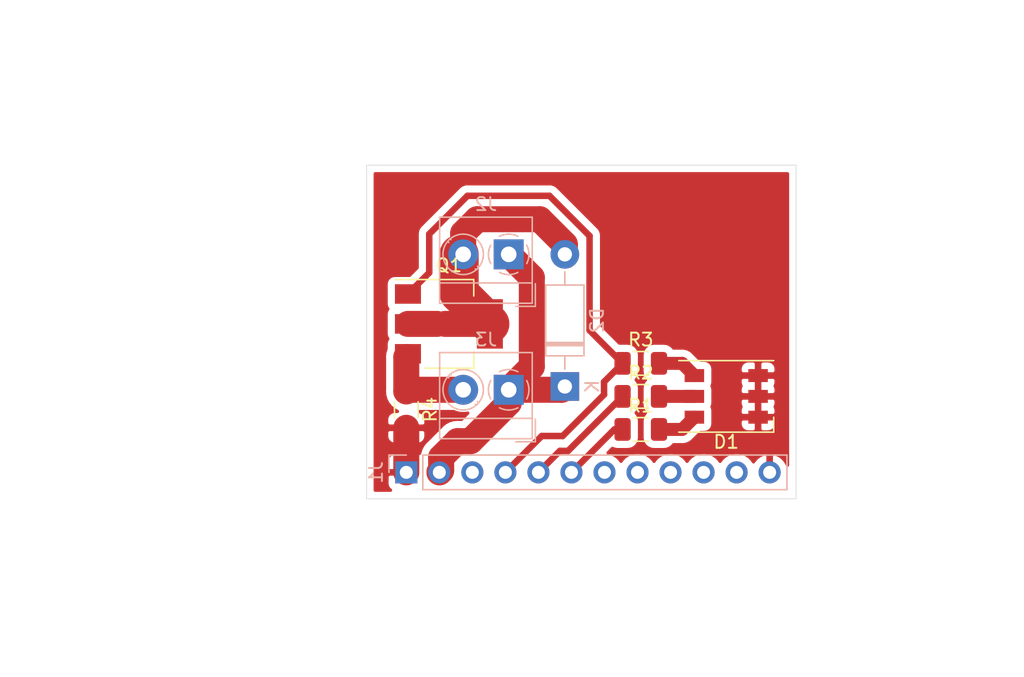
<source format=kicad_pcb>
(kicad_pcb (version 20171130) (host pcbnew 5.1.6+dfsg1-1)

  (general
    (thickness 1.6)
    (drawings 7)
    (tracks 49)
    (zones 0)
    (modules 10)
    (nets 17)
  )

  (page A4)
  (layers
    (0 F.Cu signal)
    (31 B.Cu signal)
    (32 B.Adhes user)
    (33 F.Adhes user)
    (34 B.Paste user)
    (35 F.Paste user)
    (36 B.SilkS user)
    (37 F.SilkS user)
    (38 B.Mask user)
    (39 F.Mask user)
    (40 Dwgs.User user)
    (41 Cmts.User user)
    (42 Eco1.User user)
    (43 Eco2.User user)
    (44 Edge.Cuts user)
    (45 Margin user)
    (46 B.CrtYd user)
    (47 F.CrtYd user)
    (48 B.Fab user)
    (49 F.Fab user)
  )

  (setup
    (last_trace_width 0.25)
    (user_trace_width 0.5)
    (user_trace_width 1)
    (user_trace_width 1.5)
    (user_trace_width 2)
    (trace_clearance 0.55)
    (zone_clearance 0.508)
    (zone_45_only no)
    (trace_min 0.2)
    (via_size 0.8)
    (via_drill 0.4)
    (via_min_size 0.4)
    (via_min_drill 0.3)
    (uvia_size 0.3)
    (uvia_drill 0.1)
    (uvias_allowed no)
    (uvia_min_size 0.2)
    (uvia_min_drill 0.1)
    (edge_width 0.05)
    (segment_width 0.2)
    (pcb_text_width 0.3)
    (pcb_text_size 1.5 1.5)
    (mod_edge_width 0.12)
    (mod_text_size 1 1)
    (mod_text_width 0.15)
    (pad_size 1.524 1.524)
    (pad_drill 0.762)
    (pad_to_mask_clearance 0.05)
    (aux_axis_origin 0 0)
    (visible_elements FFFFFF7F)
    (pcbplotparams
      (layerselection 0x010fc_ffffffff)
      (usegerberextensions false)
      (usegerberattributes true)
      (usegerberadvancedattributes true)
      (creategerberjobfile true)
      (excludeedgelayer true)
      (linewidth 0.100000)
      (plotframeref false)
      (viasonmask false)
      (mode 1)
      (useauxorigin false)
      (hpglpennumber 1)
      (hpglpenspeed 20)
      (hpglpendiameter 15.000000)
      (psnegative false)
      (psa4output false)
      (plotreference true)
      (plotvalue true)
      (plotinvisibletext false)
      (padsonsilk false)
      (subtractmaskfromsilk false)
      (outputformat 1)
      (mirror false)
      (drillshape 0)
      (scaleselection 1)
      (outputdirectory "./out"))
  )

  (net 0 "")
  (net 1 GND)
  (net 2 "Net-(D1-Pad6)")
  (net 3 "Net-(D1-Pad5)")
  (net 4 "Net-(D1-Pad4)")
  (net 5 OUT1)
  (net 6 "Net-(J1-Pad11)")
  (net 7 "Net-(J1-Pad10)")
  (net 8 "Net-(J1-Pad9)")
  (net 9 "Net-(J1-Pad8)")
  (net 10 "Net-(J1-Pad7)")
  (net 11 IN3)
  (net 12 IN2)
  (net 13 IN1)
  (net 14 "Net-(J1-Pad3)")
  (net 15 VCC)
  (net 16 GNDPWR)

  (net_class Default "This is the default net class."
    (clearance 0.55)
    (trace_width 0.25)
    (via_dia 0.8)
    (via_drill 0.4)
    (uvia_dia 0.3)
    (uvia_drill 0.1)
    (add_net GND)
    (add_net IN1)
    (add_net IN2)
    (add_net IN3)
    (add_net "Net-(D1-Pad4)")
    (add_net "Net-(D1-Pad5)")
    (add_net "Net-(D1-Pad6)")
    (add_net "Net-(J1-Pad10)")
    (add_net "Net-(J1-Pad11)")
    (add_net "Net-(J1-Pad3)")
    (add_net "Net-(J1-Pad7)")
    (add_net "Net-(J1-Pad8)")
    (add_net "Net-(J1-Pad9)")
  )

  (net_class pwr ""
    (clearance 0.55)
    (trace_width 3)
    (via_dia 0.8)
    (via_drill 0.4)
    (uvia_dia 0.3)
    (uvia_drill 0.1)
    (add_net GNDPWR)
    (add_net OUT1)
    (add_net VCC)
  )

  (module TerminalBlock_MetzConnect:TerminalBlock_MetzConnect_Type059_RT06302HBWC_1x02_P3.50mm_Horizontal (layer B.Cu) (tedit 5B294EA0) (tstamp 5FD83527)
    (at 128.778 64.77 180)
    (descr "terminal block Metz Connect Type059_RT06302HBWC, 2 pins, pitch 3.5mm, size 7x6.5mm^2, drill diamater 1.2mm, pad diameter 2.3mm, see http://www.metz-connect.com/de/system/files/productfiles/Datenblatt_310591_RT063xxHBWC_OFF-022684T.pdf, script-generated using https://github.com/pointhi/kicad-footprint-generator/scripts/TerminalBlock_MetzConnect")
    (tags "THT terminal block Metz Connect Type059_RT06302HBWC pitch 3.5mm size 7x6.5mm^2 drill 1.2mm pad 2.3mm")
    (path /5FD9F6E4)
    (fp_text reference J3 (at 1.75 3.86) (layer B.SilkS)
      (effects (font (size 1 1) (thickness 0.15)) (justify mirror))
    )
    (fp_text value Screw_Terminal_01x02 (at 1.75 -4.76) (layer B.Fab)
      (effects (font (size 1 1) (thickness 0.15)) (justify mirror))
    )
    (fp_line (start 5.75 3.3) (end -2.25 3.3) (layer B.CrtYd) (width 0.05))
    (fp_line (start 5.75 -4.2) (end 5.75 3.3) (layer B.CrtYd) (width 0.05))
    (fp_line (start -2.25 -4.2) (end 5.75 -4.2) (layer B.CrtYd) (width 0.05))
    (fp_line (start -2.25 3.3) (end -2.25 -4.2) (layer B.CrtYd) (width 0.05))
    (fp_line (start -2.05 -4) (end -0.55 -4) (layer B.SilkS) (width 0.12))
    (fp_line (start -2.05 -2.26) (end -2.05 -4) (layer B.SilkS) (width 0.12))
    (fp_line (start 2.397 -0.914) (end 2.321 -0.99) (layer B.SilkS) (width 0.12))
    (fp_line (start 4.49 1.18) (end 4.436 1.126) (layer B.SilkS) (width 0.12))
    (fp_line (start 2.565 -1.125) (end 2.511 -1.18) (layer B.SilkS) (width 0.12))
    (fp_line (start 4.68 0.99) (end 4.604 0.914) (layer B.SilkS) (width 0.12))
    (fp_line (start 4.376 1.043) (end 2.458 -0.875) (layer B.Fab) (width 0.1))
    (fp_line (start 4.543 0.875) (end 2.625 -1.043) (layer B.Fab) (width 0.1))
    (fp_line (start 0.876 1.043) (end -1.043 -0.875) (layer B.Fab) (width 0.1))
    (fp_line (start 1.043 0.875) (end -0.876 -1.043) (layer B.Fab) (width 0.1))
    (fp_line (start 5.31 2.86) (end 5.31 -3.76) (layer B.SilkS) (width 0.12))
    (fp_line (start -1.81 2.86) (end -1.81 -3.76) (layer B.SilkS) (width 0.12))
    (fp_line (start -1.81 -3.76) (end 5.31 -3.76) (layer B.SilkS) (width 0.12))
    (fp_line (start -1.81 2.86) (end 5.31 2.86) (layer B.SilkS) (width 0.12))
    (fp_line (start -1.81 -2.2) (end 5.31 -2.2) (layer B.SilkS) (width 0.12))
    (fp_line (start -1.75 -2.2) (end 5.25 -2.2) (layer B.Fab) (width 0.1))
    (fp_line (start -1.75 -2.2) (end -1.75 2.8) (layer B.Fab) (width 0.1))
    (fp_line (start -0.25 -3.7) (end -1.75 -2.2) (layer B.Fab) (width 0.1))
    (fp_line (start 5.25 -3.7) (end -0.25 -3.7) (layer B.Fab) (width 0.1))
    (fp_line (start 5.25 2.8) (end 5.25 -3.7) (layer B.Fab) (width 0.1))
    (fp_line (start -1.75 2.8) (end 5.25 2.8) (layer B.Fab) (width 0.1))
    (fp_circle (center 3.5 0) (end 5.055 0) (layer B.SilkS) (width 0.12))
    (fp_circle (center 3.5 0) (end 4.875 0) (layer B.Fab) (width 0.1))
    (fp_circle (center 0 0) (end 1.375 0) (layer B.Fab) (width 0.1))
    (fp_text user %R (at 1.75 -2.95) (layer B.Fab)
      (effects (font (size 1 1) (thickness 0.15)) (justify mirror))
    )
    (fp_arc (start 0 0) (end -0.707 -1.386) (angle 28) (layer B.SilkS) (width 0.12))
    (fp_arc (start 0 0) (end -1.386 0.707) (angle 54) (layer B.SilkS) (width 0.12))
    (fp_arc (start 0 0) (end 0.707 1.386) (angle 54) (layer B.SilkS) (width 0.12))
    (fp_arc (start 0 0) (end 1.386 -0.707) (angle 54) (layer B.SilkS) (width 0.12))
    (fp_arc (start 0 0) (end 0 -1.555) (angle 27) (layer B.SilkS) (width 0.12))
    (pad 2 thru_hole circle (at 3.5 0 180) (size 2.3 2.3) (drill 1.2) (layers *.Cu *.Mask)
      (net 16 GNDPWR))
    (pad 1 thru_hole rect (at 0 0 180) (size 2.3 2.3) (drill 1.2) (layers *.Cu *.Mask)
      (net 15 VCC))
    (model ${KISYS3DMOD}/TerminalBlock_MetzConnect.3dshapes/TerminalBlock_MetzConnect_Type059_RT06302HBWC_1x02_P3.50mm_Horizontal.wrl
      (at (xyz 0 0 0))
      (scale (xyz 1 1 1))
      (rotate (xyz 0 0 0))
    )
  )

  (module TerminalBlock_MetzConnect:TerminalBlock_MetzConnect_Type059_RT06302HBWC_1x02_P3.50mm_Horizontal (layer B.Cu) (tedit 5B294EA0) (tstamp 5FD862A6)
    (at 128.778 54.356 180)
    (descr "terminal block Metz Connect Type059_RT06302HBWC, 2 pins, pitch 3.5mm, size 7x6.5mm^2, drill diamater 1.2mm, pad diameter 2.3mm, see http://www.metz-connect.com/de/system/files/productfiles/Datenblatt_310591_RT063xxHBWC_OFF-022684T.pdf, script-generated using https://github.com/pointhi/kicad-footprint-generator/scripts/TerminalBlock_MetzConnect")
    (tags "THT terminal block Metz Connect Type059_RT06302HBWC pitch 3.5mm size 7x6.5mm^2 drill 1.2mm pad 2.3mm")
    (path /5FE60B1D)
    (fp_text reference J2 (at 1.75 3.86) (layer B.SilkS)
      (effects (font (size 1 1) (thickness 0.15)) (justify mirror))
    )
    (fp_text value Screw_Terminal_01x02 (at 1.75 -4.76) (layer B.Fab)
      (effects (font (size 1 1) (thickness 0.15)) (justify mirror))
    )
    (fp_line (start 5.75 3.3) (end -2.25 3.3) (layer B.CrtYd) (width 0.05))
    (fp_line (start 5.75 -4.2) (end 5.75 3.3) (layer B.CrtYd) (width 0.05))
    (fp_line (start -2.25 -4.2) (end 5.75 -4.2) (layer B.CrtYd) (width 0.05))
    (fp_line (start -2.25 3.3) (end -2.25 -4.2) (layer B.CrtYd) (width 0.05))
    (fp_line (start -2.05 -4) (end -0.55 -4) (layer B.SilkS) (width 0.12))
    (fp_line (start -2.05 -2.26) (end -2.05 -4) (layer B.SilkS) (width 0.12))
    (fp_line (start 2.397 -0.914) (end 2.321 -0.99) (layer B.SilkS) (width 0.12))
    (fp_line (start 4.49 1.18) (end 4.436 1.126) (layer B.SilkS) (width 0.12))
    (fp_line (start 2.565 -1.125) (end 2.511 -1.18) (layer B.SilkS) (width 0.12))
    (fp_line (start 4.68 0.99) (end 4.604 0.914) (layer B.SilkS) (width 0.12))
    (fp_line (start 4.376 1.043) (end 2.458 -0.875) (layer B.Fab) (width 0.1))
    (fp_line (start 4.543 0.875) (end 2.625 -1.043) (layer B.Fab) (width 0.1))
    (fp_line (start 0.876 1.043) (end -1.043 -0.875) (layer B.Fab) (width 0.1))
    (fp_line (start 1.043 0.875) (end -0.876 -1.043) (layer B.Fab) (width 0.1))
    (fp_line (start 5.31 2.86) (end 5.31 -3.76) (layer B.SilkS) (width 0.12))
    (fp_line (start -1.81 2.86) (end -1.81 -3.76) (layer B.SilkS) (width 0.12))
    (fp_line (start -1.81 -3.76) (end 5.31 -3.76) (layer B.SilkS) (width 0.12))
    (fp_line (start -1.81 2.86) (end 5.31 2.86) (layer B.SilkS) (width 0.12))
    (fp_line (start -1.81 -2.2) (end 5.31 -2.2) (layer B.SilkS) (width 0.12))
    (fp_line (start -1.75 -2.2) (end 5.25 -2.2) (layer B.Fab) (width 0.1))
    (fp_line (start -1.75 -2.2) (end -1.75 2.8) (layer B.Fab) (width 0.1))
    (fp_line (start -0.25 -3.7) (end -1.75 -2.2) (layer B.Fab) (width 0.1))
    (fp_line (start 5.25 -3.7) (end -0.25 -3.7) (layer B.Fab) (width 0.1))
    (fp_line (start 5.25 2.8) (end 5.25 -3.7) (layer B.Fab) (width 0.1))
    (fp_line (start -1.75 2.8) (end 5.25 2.8) (layer B.Fab) (width 0.1))
    (fp_circle (center 3.5 0) (end 5.055 0) (layer B.SilkS) (width 0.12))
    (fp_circle (center 3.5 0) (end 4.875 0) (layer B.Fab) (width 0.1))
    (fp_circle (center 0 0) (end 1.375 0) (layer B.Fab) (width 0.1))
    (fp_text user %R (at 1.75 -2.95) (layer B.Fab)
      (effects (font (size 1 1) (thickness 0.15)) (justify mirror))
    )
    (fp_arc (start 0 0) (end -0.707 -1.386) (angle 28) (layer B.SilkS) (width 0.12))
    (fp_arc (start 0 0) (end -1.386 0.707) (angle 54) (layer B.SilkS) (width 0.12))
    (fp_arc (start 0 0) (end 0.707 1.386) (angle 54) (layer B.SilkS) (width 0.12))
    (fp_arc (start 0 0) (end 1.386 -0.707) (angle 54) (layer B.SilkS) (width 0.12))
    (fp_arc (start 0 0) (end 0 -1.555) (angle 27) (layer B.SilkS) (width 0.12))
    (pad 2 thru_hole circle (at 3.5 0 180) (size 2.3 2.3) (drill 1.2) (layers *.Cu *.Mask)
      (net 5 OUT1))
    (pad 1 thru_hole rect (at 0 0 180) (size 2.3 2.3) (drill 1.2) (layers *.Cu *.Mask)
      (net 15 VCC))
    (model ${KISYS3DMOD}/TerminalBlock_MetzConnect.3dshapes/TerminalBlock_MetzConnect_Type059_RT06302HBWC_1x02_P3.50mm_Horizontal.wrl
      (at (xyz 0 0 0))
      (scale (xyz 1 1 1))
      (rotate (xyz 0 0 0))
    )
  )

  (module Resistor_SMD:R_1206_3216Metric (layer F.Cu) (tedit 5B301BBD) (tstamp 5FD87887)
    (at 120.904 66.294 270)
    (descr "Resistor SMD 1206 (3216 Metric), square (rectangular) end terminal, IPC_7351 nominal, (Body size source: http://www.tortai-tech.com/upload/download/2011102023233369053.pdf), generated with kicad-footprint-generator")
    (tags resistor)
    (path /5FD8565E)
    (attr smd)
    (fp_text reference R4 (at 0 -1.82 90) (layer F.SilkS)
      (effects (font (size 1 1) (thickness 0.15)))
    )
    (fp_text value R (at 0 1.82 90) (layer F.Fab)
      (effects (font (size 1 1) (thickness 0.15)))
    )
    (fp_line (start 2.28 1.12) (end -2.28 1.12) (layer F.CrtYd) (width 0.05))
    (fp_line (start 2.28 -1.12) (end 2.28 1.12) (layer F.CrtYd) (width 0.05))
    (fp_line (start -2.28 -1.12) (end 2.28 -1.12) (layer F.CrtYd) (width 0.05))
    (fp_line (start -2.28 1.12) (end -2.28 -1.12) (layer F.CrtYd) (width 0.05))
    (fp_line (start -0.602064 0.91) (end 0.602064 0.91) (layer F.SilkS) (width 0.12))
    (fp_line (start -0.602064 -0.91) (end 0.602064 -0.91) (layer F.SilkS) (width 0.12))
    (fp_line (start 1.6 0.8) (end -1.6 0.8) (layer F.Fab) (width 0.1))
    (fp_line (start 1.6 -0.8) (end 1.6 0.8) (layer F.Fab) (width 0.1))
    (fp_line (start -1.6 -0.8) (end 1.6 -0.8) (layer F.Fab) (width 0.1))
    (fp_line (start -1.6 0.8) (end -1.6 -0.8) (layer F.Fab) (width 0.1))
    (fp_text user %R (at 0 0 90) (layer F.Fab)
      (effects (font (size 0.8 0.8) (thickness 0.12)))
    )
    (pad 2 smd roundrect (at 1.4 0 270) (size 1.25 1.75) (layers F.Cu F.Paste F.Mask) (roundrect_rratio 0.2)
      (net 1 GND))
    (pad 1 smd roundrect (at -1.4 0 270) (size 1.25 1.75) (layers F.Cu F.Paste F.Mask) (roundrect_rratio 0.2)
      (net 16 GNDPWR))
    (model ${KISYS3DMOD}/Resistor_SMD.3dshapes/R_1206_3216Metric.wrl
      (at (xyz 0 0 0))
      (scale (xyz 1 1 1))
      (rotate (xyz 0 0 0))
    )
  )

  (module Resistor_SMD:R_1206_3216Metric (layer F.Cu) (tedit 5B301BBD) (tstamp 5FD835AC)
    (at 138.935 62.738)
    (descr "Resistor SMD 1206 (3216 Metric), square (rectangular) end terminal, IPC_7351 nominal, (Body size source: http://www.tortai-tech.com/upload/download/2011102023233369053.pdf), generated with kicad-footprint-generator")
    (tags resistor)
    (path /5FD82006)
    (attr smd)
    (fp_text reference R3 (at 0 -1.82) (layer F.SilkS)
      (effects (font (size 1 1) (thickness 0.15)))
    )
    (fp_text value R (at 0 1.82) (layer F.Fab)
      (effects (font (size 1 1) (thickness 0.15)))
    )
    (fp_line (start 2.28 1.12) (end -2.28 1.12) (layer F.CrtYd) (width 0.05))
    (fp_line (start 2.28 -1.12) (end 2.28 1.12) (layer F.CrtYd) (width 0.05))
    (fp_line (start -2.28 -1.12) (end 2.28 -1.12) (layer F.CrtYd) (width 0.05))
    (fp_line (start -2.28 1.12) (end -2.28 -1.12) (layer F.CrtYd) (width 0.05))
    (fp_line (start -0.602064 0.91) (end 0.602064 0.91) (layer F.SilkS) (width 0.12))
    (fp_line (start -0.602064 -0.91) (end 0.602064 -0.91) (layer F.SilkS) (width 0.12))
    (fp_line (start 1.6 0.8) (end -1.6 0.8) (layer F.Fab) (width 0.1))
    (fp_line (start 1.6 -0.8) (end 1.6 0.8) (layer F.Fab) (width 0.1))
    (fp_line (start -1.6 -0.8) (end 1.6 -0.8) (layer F.Fab) (width 0.1))
    (fp_line (start -1.6 0.8) (end -1.6 -0.8) (layer F.Fab) (width 0.1))
    (fp_text user %R (at 0 0) (layer F.Fab)
      (effects (font (size 0.8 0.8) (thickness 0.12)))
    )
    (pad 2 smd roundrect (at 1.4 0) (size 1.25 1.75) (layers F.Cu F.Paste F.Mask) (roundrect_rratio 0.2)
      (net 4 "Net-(D1-Pad4)"))
    (pad 1 smd roundrect (at -1.4 0) (size 1.25 1.75) (layers F.Cu F.Paste F.Mask) (roundrect_rratio 0.2)
      (net 13 IN1))
    (model ${KISYS3DMOD}/Resistor_SMD.3dshapes/R_1206_3216Metric.wrl
      (at (xyz 0 0 0))
      (scale (xyz 1 1 1))
      (rotate (xyz 0 0 0))
    )
  )

  (module Resistor_SMD:R_1206_3216Metric (layer F.Cu) (tedit 5B301BBD) (tstamp 5FD8359B)
    (at 138.935 65.278)
    (descr "Resistor SMD 1206 (3216 Metric), square (rectangular) end terminal, IPC_7351 nominal, (Body size source: http://www.tortai-tech.com/upload/download/2011102023233369053.pdf), generated with kicad-footprint-generator")
    (tags resistor)
    (path /5FD81C61)
    (attr smd)
    (fp_text reference R2 (at 0 -1.82) (layer F.SilkS)
      (effects (font (size 1 1) (thickness 0.15)))
    )
    (fp_text value R (at 0 1.82) (layer F.Fab)
      (effects (font (size 1 1) (thickness 0.15)))
    )
    (fp_line (start 2.28 1.12) (end -2.28 1.12) (layer F.CrtYd) (width 0.05))
    (fp_line (start 2.28 -1.12) (end 2.28 1.12) (layer F.CrtYd) (width 0.05))
    (fp_line (start -2.28 -1.12) (end 2.28 -1.12) (layer F.CrtYd) (width 0.05))
    (fp_line (start -2.28 1.12) (end -2.28 -1.12) (layer F.CrtYd) (width 0.05))
    (fp_line (start -0.602064 0.91) (end 0.602064 0.91) (layer F.SilkS) (width 0.12))
    (fp_line (start -0.602064 -0.91) (end 0.602064 -0.91) (layer F.SilkS) (width 0.12))
    (fp_line (start 1.6 0.8) (end -1.6 0.8) (layer F.Fab) (width 0.1))
    (fp_line (start 1.6 -0.8) (end 1.6 0.8) (layer F.Fab) (width 0.1))
    (fp_line (start -1.6 -0.8) (end 1.6 -0.8) (layer F.Fab) (width 0.1))
    (fp_line (start -1.6 0.8) (end -1.6 -0.8) (layer F.Fab) (width 0.1))
    (fp_text user %R (at 0 0) (layer F.Fab)
      (effects (font (size 0.8 0.8) (thickness 0.12)))
    )
    (pad 2 smd roundrect (at 1.4 0) (size 1.25 1.75) (layers F.Cu F.Paste F.Mask) (roundrect_rratio 0.2)
      (net 3 "Net-(D1-Pad5)"))
    (pad 1 smd roundrect (at -1.4 0) (size 1.25 1.75) (layers F.Cu F.Paste F.Mask) (roundrect_rratio 0.2)
      (net 12 IN2))
    (model ${KISYS3DMOD}/Resistor_SMD.3dshapes/R_1206_3216Metric.wrl
      (at (xyz 0 0 0))
      (scale (xyz 1 1 1))
      (rotate (xyz 0 0 0))
    )
  )

  (module Resistor_SMD:R_1206_3216Metric (layer F.Cu) (tedit 5B301BBD) (tstamp 5FD8358A)
    (at 138.935 67.818)
    (descr "Resistor SMD 1206 (3216 Metric), square (rectangular) end terminal, IPC_7351 nominal, (Body size source: http://www.tortai-tech.com/upload/download/2011102023233369053.pdf), generated with kicad-footprint-generator")
    (tags resistor)
    (path /5FD818CC)
    (attr smd)
    (fp_text reference R1 (at 0 -1.82) (layer F.SilkS)
      (effects (font (size 1 1) (thickness 0.15)))
    )
    (fp_text value R (at 0 1.82) (layer F.Fab)
      (effects (font (size 1 1) (thickness 0.15)))
    )
    (fp_line (start 2.28 1.12) (end -2.28 1.12) (layer F.CrtYd) (width 0.05))
    (fp_line (start 2.28 -1.12) (end 2.28 1.12) (layer F.CrtYd) (width 0.05))
    (fp_line (start -2.28 -1.12) (end 2.28 -1.12) (layer F.CrtYd) (width 0.05))
    (fp_line (start -2.28 1.12) (end -2.28 -1.12) (layer F.CrtYd) (width 0.05))
    (fp_line (start -0.602064 0.91) (end 0.602064 0.91) (layer F.SilkS) (width 0.12))
    (fp_line (start -0.602064 -0.91) (end 0.602064 -0.91) (layer F.SilkS) (width 0.12))
    (fp_line (start 1.6 0.8) (end -1.6 0.8) (layer F.Fab) (width 0.1))
    (fp_line (start 1.6 -0.8) (end 1.6 0.8) (layer F.Fab) (width 0.1))
    (fp_line (start -1.6 -0.8) (end 1.6 -0.8) (layer F.Fab) (width 0.1))
    (fp_line (start -1.6 0.8) (end -1.6 -0.8) (layer F.Fab) (width 0.1))
    (fp_text user %R (at 0 0) (layer F.Fab)
      (effects (font (size 0.8 0.8) (thickness 0.12)))
    )
    (pad 2 smd roundrect (at 1.4 0) (size 1.25 1.75) (layers F.Cu F.Paste F.Mask) (roundrect_rratio 0.2)
      (net 2 "Net-(D1-Pad6)"))
    (pad 1 smd roundrect (at -1.4 0) (size 1.25 1.75) (layers F.Cu F.Paste F.Mask) (roundrect_rratio 0.2)
      (net 11 IN3))
    (model ${KISYS3DMOD}/Resistor_SMD.3dshapes/R_1206_3216Metric.wrl
      (at (xyz 0 0 0))
      (scale (xyz 1 1 1))
      (rotate (xyz 0 0 0))
    )
  )

  (module Package_TO_SOT_SMD:SOT-223 (layer F.Cu) (tedit 5A02FF57) (tstamp 5FD8739A)
    (at 124.181 59.704)
    (descr "module CMS SOT223 4 pins")
    (tags "CMS SOT")
    (path /5FD87F94)
    (attr smd)
    (fp_text reference Q1 (at 0 -4.5) (layer F.SilkS)
      (effects (font (size 1 1) (thickness 0.15)))
    )
    (fp_text value Q_NMOS_GDSD (at 0 4.5) (layer F.Fab)
      (effects (font (size 1 1) (thickness 0.15)))
    )
    (fp_line (start 1.85 -3.35) (end 1.85 3.35) (layer F.Fab) (width 0.1))
    (fp_line (start -1.85 3.35) (end 1.85 3.35) (layer F.Fab) (width 0.1))
    (fp_line (start -4.1 -3.41) (end 1.91 -3.41) (layer F.SilkS) (width 0.12))
    (fp_line (start -0.8 -3.35) (end 1.85 -3.35) (layer F.Fab) (width 0.1))
    (fp_line (start -1.85 3.41) (end 1.91 3.41) (layer F.SilkS) (width 0.12))
    (fp_line (start -1.85 -2.3) (end -1.85 3.35) (layer F.Fab) (width 0.1))
    (fp_line (start -4.4 -3.6) (end -4.4 3.6) (layer F.CrtYd) (width 0.05))
    (fp_line (start -4.4 3.6) (end 4.4 3.6) (layer F.CrtYd) (width 0.05))
    (fp_line (start 4.4 3.6) (end 4.4 -3.6) (layer F.CrtYd) (width 0.05))
    (fp_line (start 4.4 -3.6) (end -4.4 -3.6) (layer F.CrtYd) (width 0.05))
    (fp_line (start 1.91 -3.41) (end 1.91 -2.15) (layer F.SilkS) (width 0.12))
    (fp_line (start 1.91 3.41) (end 1.91 2.15) (layer F.SilkS) (width 0.12))
    (fp_line (start -1.85 -2.3) (end -0.8 -3.35) (layer F.Fab) (width 0.1))
    (fp_text user %R (at 0 0 90) (layer F.Fab)
      (effects (font (size 0.8 0.8) (thickness 0.12)))
    )
    (pad 1 smd rect (at -3.15 -2.3) (size 2 1.5) (layers F.Cu F.Paste F.Mask)
      (net 13 IN1))
    (pad 3 smd rect (at -3.15 2.3) (size 2 1.5) (layers F.Cu F.Paste F.Mask)
      (net 16 GNDPWR))
    (pad 2 smd rect (at -3.15 0) (size 2 1.5) (layers F.Cu F.Paste F.Mask)
      (net 5 OUT1))
    (pad 4 smd rect (at 3.15 0) (size 2 3.8) (layers F.Cu F.Paste F.Mask)
      (net 5 OUT1))
    (model ${KISYS3DMOD}/Package_TO_SOT_SMD.3dshapes/SOT-223.wrl
      (at (xyz 0 0 0))
      (scale (xyz 1 1 1))
      (rotate (xyz 0 0 0))
    )
  )

  (module Connector_PinHeader_2.54mm:PinHeader_1x12_P2.54mm_Vertical (layer B.Cu) (tedit 59FED5CC) (tstamp 5FD834D1)
    (at 120.904 71.12 270)
    (descr "Through hole straight pin header, 1x12, 2.54mm pitch, single row")
    (tags "Through hole pin header THT 1x12 2.54mm single row")
    (path /5FD7B43F)
    (fp_text reference J1 (at 0 2.33 270) (layer B.SilkS)
      (effects (font (size 1 1) (thickness 0.15)) (justify mirror))
    )
    (fp_text value Conn_01x12_Male (at 0 -30.27 270) (layer B.Fab)
      (effects (font (size 1 1) (thickness 0.15)) (justify mirror))
    )
    (fp_line (start 1.8 1.8) (end -1.8 1.8) (layer B.CrtYd) (width 0.05))
    (fp_line (start 1.8 -29.75) (end 1.8 1.8) (layer B.CrtYd) (width 0.05))
    (fp_line (start -1.8 -29.75) (end 1.8 -29.75) (layer B.CrtYd) (width 0.05))
    (fp_line (start -1.8 1.8) (end -1.8 -29.75) (layer B.CrtYd) (width 0.05))
    (fp_line (start -1.33 1.33) (end 0 1.33) (layer B.SilkS) (width 0.12))
    (fp_line (start -1.33 0) (end -1.33 1.33) (layer B.SilkS) (width 0.12))
    (fp_line (start -1.33 -1.27) (end 1.33 -1.27) (layer B.SilkS) (width 0.12))
    (fp_line (start 1.33 -1.27) (end 1.33 -29.27) (layer B.SilkS) (width 0.12))
    (fp_line (start -1.33 -1.27) (end -1.33 -29.27) (layer B.SilkS) (width 0.12))
    (fp_line (start -1.33 -29.27) (end 1.33 -29.27) (layer B.SilkS) (width 0.12))
    (fp_line (start -1.27 0.635) (end -0.635 1.27) (layer B.Fab) (width 0.1))
    (fp_line (start -1.27 -29.21) (end -1.27 0.635) (layer B.Fab) (width 0.1))
    (fp_line (start 1.27 -29.21) (end -1.27 -29.21) (layer B.Fab) (width 0.1))
    (fp_line (start 1.27 1.27) (end 1.27 -29.21) (layer B.Fab) (width 0.1))
    (fp_line (start -0.635 1.27) (end 1.27 1.27) (layer B.Fab) (width 0.1))
    (fp_text user %R (at 0 -13.97) (layer B.Fab)
      (effects (font (size 1 1) (thickness 0.15)) (justify mirror))
    )
    (pad 12 thru_hole oval (at 0 -27.94 270) (size 1.7 1.7) (drill 1) (layers *.Cu *.Mask)
      (net 1 GND))
    (pad 11 thru_hole oval (at 0 -25.4 270) (size 1.7 1.7) (drill 1) (layers *.Cu *.Mask)
      (net 6 "Net-(J1-Pad11)"))
    (pad 10 thru_hole oval (at 0 -22.86 270) (size 1.7 1.7) (drill 1) (layers *.Cu *.Mask)
      (net 7 "Net-(J1-Pad10)"))
    (pad 9 thru_hole oval (at 0 -20.32 270) (size 1.7 1.7) (drill 1) (layers *.Cu *.Mask)
      (net 8 "Net-(J1-Pad9)"))
    (pad 8 thru_hole oval (at 0 -17.78 270) (size 1.7 1.7) (drill 1) (layers *.Cu *.Mask)
      (net 9 "Net-(J1-Pad8)"))
    (pad 7 thru_hole oval (at 0 -15.24 270) (size 1.7 1.7) (drill 1) (layers *.Cu *.Mask)
      (net 10 "Net-(J1-Pad7)"))
    (pad 6 thru_hole oval (at 0 -12.7 270) (size 1.7 1.7) (drill 1) (layers *.Cu *.Mask)
      (net 11 IN3))
    (pad 5 thru_hole oval (at 0 -10.16 270) (size 1.7 1.7) (drill 1) (layers *.Cu *.Mask)
      (net 12 IN2))
    (pad 4 thru_hole oval (at 0 -7.62 270) (size 1.7 1.7) (drill 1) (layers *.Cu *.Mask)
      (net 13 IN1))
    (pad 3 thru_hole oval (at 0 -5.08 270) (size 1.7 1.7) (drill 1) (layers *.Cu *.Mask)
      (net 14 "Net-(J1-Pad3)"))
    (pad 2 thru_hole oval (at 0 -2.54 270) (size 1.7 1.7) (drill 1) (layers *.Cu *.Mask)
      (net 15 VCC))
    (pad 1 thru_hole rect (at 0 0 270) (size 1.7 1.7) (drill 1) (layers *.Cu *.Mask)
      (net 1 GND))
    (model ${KISYS3DMOD}/Connector_PinHeader_2.54mm.3dshapes/PinHeader_1x12_P2.54mm_Vertical.wrl
      (at (xyz 0 0 0))
      (scale (xyz 1 1 1))
      (rotate (xyz 0 0 0))
    )
  )

  (module Diode_THT:D_DO-41_SOD81_P10.16mm_Horizontal (layer B.Cu) (tedit 5AE50CD5) (tstamp 5FD882F0)
    (at 133.096 64.516 90)
    (descr "Diode, DO-41_SOD81 series, Axial, Horizontal, pin pitch=10.16mm, , length*diameter=5.2*2.7mm^2, , http://www.diodes.com/_files/packages/DO-41%20(Plastic).pdf")
    (tags "Diode DO-41_SOD81 series Axial Horizontal pin pitch 10.16mm  length 5.2mm diameter 2.7mm")
    (path /5FE2FEA2)
    (fp_text reference D2 (at 5.08 2.47 270) (layer B.SilkS)
      (effects (font (size 1 1) (thickness 0.15)) (justify mirror))
    )
    (fp_text value 1N4003 (at 5.08 -2.47 270) (layer B.Fab)
      (effects (font (size 1 1) (thickness 0.15)) (justify mirror))
    )
    (fp_line (start 11.51 1.6) (end -1.35 1.6) (layer B.CrtYd) (width 0.05))
    (fp_line (start 11.51 -1.6) (end 11.51 1.6) (layer B.CrtYd) (width 0.05))
    (fp_line (start -1.35 -1.6) (end 11.51 -1.6) (layer B.CrtYd) (width 0.05))
    (fp_line (start -1.35 1.6) (end -1.35 -1.6) (layer B.CrtYd) (width 0.05))
    (fp_line (start 3.14 1.47) (end 3.14 -1.47) (layer B.SilkS) (width 0.12))
    (fp_line (start 3.38 1.47) (end 3.38 -1.47) (layer B.SilkS) (width 0.12))
    (fp_line (start 3.26 1.47) (end 3.26 -1.47) (layer B.SilkS) (width 0.12))
    (fp_line (start 8.82 0) (end 7.8 0) (layer B.SilkS) (width 0.12))
    (fp_line (start 1.34 0) (end 2.36 0) (layer B.SilkS) (width 0.12))
    (fp_line (start 7.8 1.47) (end 2.36 1.47) (layer B.SilkS) (width 0.12))
    (fp_line (start 7.8 -1.47) (end 7.8 1.47) (layer B.SilkS) (width 0.12))
    (fp_line (start 2.36 -1.47) (end 7.8 -1.47) (layer B.SilkS) (width 0.12))
    (fp_line (start 2.36 1.47) (end 2.36 -1.47) (layer B.SilkS) (width 0.12))
    (fp_line (start 3.16 1.35) (end 3.16 -1.35) (layer B.Fab) (width 0.1))
    (fp_line (start 3.36 1.35) (end 3.36 -1.35) (layer B.Fab) (width 0.1))
    (fp_line (start 3.26 1.35) (end 3.26 -1.35) (layer B.Fab) (width 0.1))
    (fp_line (start 10.16 0) (end 7.68 0) (layer B.Fab) (width 0.1))
    (fp_line (start 0 0) (end 2.48 0) (layer B.Fab) (width 0.1))
    (fp_line (start 7.68 1.35) (end 2.48 1.35) (layer B.Fab) (width 0.1))
    (fp_line (start 7.68 -1.35) (end 7.68 1.35) (layer B.Fab) (width 0.1))
    (fp_line (start 2.48 -1.35) (end 7.68 -1.35) (layer B.Fab) (width 0.1))
    (fp_line (start 2.48 1.35) (end 2.48 -1.35) (layer B.Fab) (width 0.1))
    (fp_text user K (at 0 2.1 270) (layer B.SilkS)
      (effects (font (size 1 1) (thickness 0.15)) (justify mirror))
    )
    (fp_text user K (at 0 2.1 270) (layer B.Fab)
      (effects (font (size 1 1) (thickness 0.15)) (justify mirror))
    )
    (fp_text user %R (at 5.47 0 270) (layer B.Fab)
      (effects (font (size 1 1) (thickness 0.15)) (justify mirror))
    )
    (pad 2 thru_hole oval (at 10.16 0 90) (size 2.2 2.2) (drill 1.1) (layers *.Cu *.Mask)
      (net 5 OUT1))
    (pad 1 thru_hole rect (at 0 0 90) (size 2.2 2.2) (drill 1.1) (layers *.Cu *.Mask)
      (net 15 VCC))
    (model ${KISYS3DMOD}/Diode_THT.3dshapes/D_DO-41_SOD81_P10.16mm_Horizontal.wrl
      (at (xyz 0 0 0))
      (scale (xyz 1 1 1))
      (rotate (xyz 0 0 0))
    )
  )

  (module LED_SMD:LED_WS2812_PLCC6_5.0x5.0mm_P1.6mm (layer F.Cu) (tedit 5AA4B296) (tstamp 5FD83454)
    (at 145.505 65.278 180)
    (descr https://cdn-shop.adafruit.com/datasheets/WS2812.pdf)
    (tags "LED RGB NeoPixel")
    (path /5FD7D3C4)
    (attr smd)
    (fp_text reference D1 (at 0 -3.5) (layer F.SilkS)
      (effects (font (size 1 1) (thickness 0.15)))
    )
    (fp_text value LED_RGB (at 0 4) (layer F.Fab)
      (effects (font (size 1 1) (thickness 0.15)))
    )
    (fp_circle (center 0 0) (end 0 -2) (layer F.Fab) (width 0.1))
    (fp_line (start -3.65 -2.75) (end 3.65 -2.75) (layer F.SilkS) (width 0.12))
    (fp_line (start -3.65 -1.6) (end -3.65 -2.75) (layer F.SilkS) (width 0.12))
    (fp_line (start -3.65 2.75) (end 3.65 2.75) (layer F.SilkS) (width 0.12))
    (fp_line (start -2.5 2.5) (end -2.5 -2.5) (layer F.Fab) (width 0.1))
    (fp_line (start 2.5 2.5) (end -2.5 2.5) (layer F.Fab) (width 0.1))
    (fp_line (start 2.5 -2.5) (end 2.5 2.5) (layer F.Fab) (width 0.1))
    (fp_line (start -2.5 -2.5) (end 2.5 -2.5) (layer F.Fab) (width 0.1))
    (fp_line (start -2.5 -1.5) (end -1.5 -2.5) (layer F.Fab) (width 0.1))
    (fp_line (start -3.45 -2.75) (end -3.45 2.75) (layer F.CrtYd) (width 0.05))
    (fp_line (start -3.45 2.75) (end 3.45 2.75) (layer F.CrtYd) (width 0.05))
    (fp_line (start 3.45 2.75) (end 3.45 -2.75) (layer F.CrtYd) (width 0.05))
    (fp_line (start 3.45 -2.75) (end -3.45 -2.75) (layer F.CrtYd) (width 0.05))
    (fp_text user %R (at 0 0) (layer F.Fab)
      (effects (font (size 0.8 0.8) (thickness 0.15)))
    )
    (pad 1 smd rect (at -2.45 -1.6 180) (size 1.5 1) (layers F.Cu F.Paste F.Mask)
      (net 1 GND))
    (pad 2 smd rect (at -2.45 0 180) (size 1.5 1) (layers F.Cu F.Paste F.Mask)
      (net 1 GND))
    (pad 3 smd rect (at -2.45 1.6 180) (size 1.5 1) (layers F.Cu F.Paste F.Mask)
      (net 1 GND))
    (pad 6 smd rect (at 2.45 -1.6 180) (size 1.5 1) (layers F.Cu F.Paste F.Mask)
      (net 2 "Net-(D1-Pad6)"))
    (pad 5 smd rect (at 2.45 0 180) (size 1.5 1) (layers F.Cu F.Paste F.Mask)
      (net 3 "Net-(D1-Pad5)"))
    (pad 4 smd rect (at 2.45 1.6 180) (size 1.5 1) (layers F.Cu F.Paste F.Mask)
      (net 4 "Net-(D1-Pad4)"))
    (model ${KISYS3DMOD}/LED_SMD.3dshapes/LED_WS2812_PLCC6_5.0x5.0mm_P1.6mm.wrl
      (at (xyz 0 0 0))
      (scale (xyz 1 1 1))
      (rotate (xyz 0 0 0))
    )
  )

  (gr_line (start 150.876 47.498) (end 150.876 48.26) (layer Edge.Cuts) (width 0.05) (tstamp 5FD88D44))
  (gr_line (start 117.856 47.498) (end 150.876 47.498) (layer Edge.Cuts) (width 0.05))
  (gr_line (start 117.856 47.498) (end 117.856 48.26) (layer Edge.Cuts) (width 0.05) (tstamp 5FD88D43))
  (gr_line (start 117.856 73.152) (end 117.856 48.26) (layer Edge.Cuts) (width 0.05))
  (gr_line (start 118.872 73.152) (end 117.856 73.152) (layer Edge.Cuts) (width 0.05))
  (gr_line (start 150.876 48.26) (end 150.876 73.152) (layer Edge.Cuts) (width 0.05) (tstamp 5FD88CDE))
  (gr_line (start 150.876 73.152) (end 118.872 73.152) (layer Edge.Cuts) (width 0.05))

  (segment (start 120.904 67.694) (end 120.904 71.12) (width 2) (layer F.Cu) (net 1))
  (segment (start 142.115 67.818) (end 143.055 66.878) (width 1) (layer F.Cu) (net 2))
  (segment (start 140.335 67.818) (end 142.115 67.818) (width 1) (layer F.Cu) (net 2))
  (segment (start 140.335 65.278) (end 143.055 65.278) (width 1) (layer F.Cu) (net 3))
  (segment (start 142.115 62.738) (end 143.055 63.678) (width 1) (layer F.Cu) (net 4))
  (segment (start 140.335 62.738) (end 142.115 62.738) (width 1) (layer F.Cu) (net 4))
  (segment (start 123.271002 59.704) (end 121.031 59.704) (width 2) (layer F.Cu) (net 5))
  (segment (start 127.331 59.704) (end 123.891 59.704) (width 2) (layer F.Cu) (net 5))
  (segment (start 124.968 57.341) (end 124.968 54.356) (width 3) (layer F.Cu) (net 5))
  (segment (start 127.331 59.704) (end 124.968 57.341) (width 3) (layer F.Cu) (net 5))
  (segment (start 124.968 54.356) (end 125.171742 54.356) (width 2) (layer F.Cu) (net 5))
  (segment (start 133.096 53.583998) (end 133.096 54.356) (width 2) (layer F.Cu) (net 5))
  (segment (start 126.351656 51.655999) (end 131.168001 51.655999) (width 2) (layer F.Cu) (net 5))
  (segment (start 125.278 52.729655) (end 126.351656 51.655999) (width 2) (layer F.Cu) (net 5))
  (segment (start 131.168001 51.655999) (end 133.096 53.583998) (width 2) (layer F.Cu) (net 5))
  (segment (start 125.278 54.356) (end 125.278 52.729655) (width 2) (layer F.Cu) (net 5))
  (segment (start 136.906 67.818) (end 137.535 67.818) (width 0.5) (layer F.Cu) (net 11))
  (segment (start 133.604 71.12) (end 136.906 67.818) (width 0.5) (layer F.Cu) (net 11))
  (segment (start 133.343001 69.469999) (end 137.535 65.278) (width 0.5) (layer F.Cu) (net 12))
  (segment (start 132.714001 69.469999) (end 133.343001 69.469999) (width 0.5) (layer F.Cu) (net 12))
  (segment (start 131.064 71.12) (end 132.714001 69.469999) (width 0.5) (layer F.Cu) (net 12))
  (segment (start 128.524 71.12) (end 131.318 68.326) (width 0.5) (layer F.Cu) (net 13))
  (segment (start 136.10999 64.16301) (end 137.535 62.738) (width 0.5) (layer F.Cu) (net 13))
  (segment (start 136.10999 65.142012) (end 136.10999 64.16301) (width 0.5) (layer F.Cu) (net 13))
  (segment (start 132.926002 68.326) (end 136.10999 65.142012) (width 0.5) (layer F.Cu) (net 13))
  (segment (start 131.318 68.326) (end 132.926002 68.326) (width 0.5) (layer F.Cu) (net 13))
  (segment (start 122.66799 55.767011) (end 121.031 57.404) (width 0.5) (layer F.Cu) (net 13))
  (segment (start 122.66799 52.794067) (end 122.66799 55.767011) (width 0.5) (layer F.Cu) (net 13))
  (segment (start 125.606067 49.85599) (end 122.66799 52.794067) (width 0.5) (layer F.Cu) (net 13))
  (segment (start 131.913589 49.855989) (end 125.606067 49.85599) (width 0.5) (layer F.Cu) (net 13))
  (segment (start 134.996001 60.199001) (end 134.996001 52.938401) (width 0.5) (layer F.Cu) (net 13))
  (segment (start 134.996001 52.938401) (end 131.913589 49.855989) (width 0.5) (layer F.Cu) (net 13))
  (segment (start 137.535 62.738) (end 134.996001 60.199001) (width 0.5) (layer F.Cu) (net 13))
  (segment (start 132.842 64.77) (end 133.096 64.516) (width 2) (layer F.Cu) (net 15))
  (segment (start 128.778 64.77) (end 132.842 64.77) (width 2) (layer F.Cu) (net 15))
  (segment (start 123.583999 70.980001) (end 123.45401 71.10999) (width 2) (layer F.Cu) (net 15))
  (segment (start 123.45401 71.10999) (end 123.45401 71.12) (width 2) (layer F.Cu) (net 15))
  (segment (start 123.583999 69.967999) (end 123.583999 70.980001) (width 2) (layer F.Cu) (net 15))
  (segment (start 125.844001 68.719999) (end 124.831999 68.719999) (width 2) (layer F.Cu) (net 15))
  (segment (start 124.831999 68.719999) (end 123.583999 69.967999) (width 2) (layer F.Cu) (net 15))
  (segment (start 128.778 65.786) (end 125.844001 68.719999) (width 2) (layer F.Cu) (net 15))
  (segment (start 128.778 64.77) (end 128.778 65.786) (width 2) (layer F.Cu) (net 15))
  (segment (start 130.556 56.134) (end 128.778 54.356) (width 2) (layer F.Cu) (net 15))
  (segment (start 130.556 62.992) (end 130.556 56.134) (width 2) (layer F.Cu) (net 15))
  (segment (start 128.778 64.77) (end 130.556 62.992) (width 2) (layer F.Cu) (net 15))
  (segment (start 120.904 62.25401) (end 121.031 62.25401) (width 2) (layer F.Cu) (net 16))
  (segment (start 120.904 64.894) (end 120.904 62.25401) (width 2) (layer F.Cu) (net 16))
  (segment (start 121.028 64.77) (end 120.904 64.894) (width 2) (layer F.Cu) (net 16))
  (segment (start 125.278 64.77) (end 121.028 64.77) (width 2) (layer F.Cu) (net 16))

  (zone (net 1) (net_name GND) (layer F.Cu) (tstamp 5FD88DB3) (hatch edge 0.508)
    (connect_pads (clearance 0.508))
    (min_thickness 0.254)
    (fill yes (arc_segments 32) (thermal_gap 0.508) (thermal_bridge_width 0.508))
    (polygon
      (pts
        (xy 166.878 86.868) (xy 89.662 83.82) (xy 105.41 36.068) (xy 168.402 34.798)
      )
    )
    (filled_polygon
      (pts
        (xy 150.216 48.227582) (xy 150.216001 70.567241) (xy 150.188157 70.488748) (xy 150.039178 70.238645) (xy 149.844269 70.022412)
        (xy 149.61092 69.848359) (xy 149.348099 69.723175) (xy 149.20089 69.678524) (xy 148.971 69.799845) (xy 148.971 70.993)
        (xy 148.991 70.993) (xy 148.991 71.247) (xy 148.971 71.247) (xy 148.971 71.267) (xy 148.717 71.267)
        (xy 148.717 71.247) (xy 148.697 71.247) (xy 148.697 70.993) (xy 148.717 70.993) (xy 148.717 69.799845)
        (xy 148.48711 69.678524) (xy 148.339901 69.723175) (xy 148.07708 69.848359) (xy 147.843731 70.022412) (xy 147.648822 70.238645)
        (xy 147.603002 70.315566) (xy 147.490099 70.146594) (xy 147.277406 69.933901) (xy 147.027306 69.76679) (xy 146.74941 69.651681)
        (xy 146.454396 69.593) (xy 146.153604 69.593) (xy 145.85859 69.651681) (xy 145.580694 69.76679) (xy 145.330594 69.933901)
        (xy 145.117901 70.146594) (xy 145.034 70.272161) (xy 144.950099 70.146594) (xy 144.737406 69.933901) (xy 144.487306 69.76679)
        (xy 144.20941 69.651681) (xy 143.914396 69.593) (xy 143.613604 69.593) (xy 143.31859 69.651681) (xy 143.040694 69.76679)
        (xy 142.790594 69.933901) (xy 142.577901 70.146594) (xy 142.494 70.272161) (xy 142.410099 70.146594) (xy 142.197406 69.933901)
        (xy 141.947306 69.76679) (xy 141.66941 69.651681) (xy 141.374396 69.593) (xy 141.073604 69.593) (xy 140.77859 69.651681)
        (xy 140.500694 69.76679) (xy 140.250594 69.933901) (xy 140.037901 70.146594) (xy 139.954 70.272161) (xy 139.870099 70.146594)
        (xy 139.657406 69.933901) (xy 139.407306 69.76679) (xy 139.12941 69.651681) (xy 138.834396 69.593) (xy 138.533604 69.593)
        (xy 138.23859 69.651681) (xy 137.960694 69.76679) (xy 137.710594 69.933901) (xy 137.497901 70.146594) (xy 137.414 70.272161)
        (xy 137.330099 70.146594) (xy 137.117406 69.933901) (xy 136.867306 69.76679) (xy 136.58941 69.651681) (xy 136.417491 69.617485)
        (xy 136.757414 69.277562) (xy 136.803999 69.302462) (xy 136.978512 69.3554) (xy 137.16 69.373275) (xy 137.91 69.373275)
        (xy 138.091488 69.3554) (xy 138.266001 69.302462) (xy 138.426833 69.216495) (xy 138.567804 69.100804) (xy 138.683495 68.959833)
        (xy 138.769462 68.799001) (xy 138.8224 68.624488) (xy 138.840275 68.443) (xy 138.840275 67.193) (xy 138.8224 67.011512)
        (xy 138.769462 66.836999) (xy 138.683495 66.676167) (xy 138.578312 66.548) (xy 138.683495 66.419833) (xy 138.769462 66.259001)
        (xy 138.8224 66.084488) (xy 138.840275 65.903) (xy 138.840275 64.653) (xy 138.8224 64.471512) (xy 138.769462 64.296999)
        (xy 138.683495 64.136167) (xy 138.578312 64.008) (xy 138.683495 63.879833) (xy 138.769462 63.719001) (xy 138.8224 63.544488)
        (xy 138.840275 63.363) (xy 138.840275 62.113) (xy 139.029725 62.113) (xy 139.029725 63.363) (xy 139.0476 63.544488)
        (xy 139.100538 63.719001) (xy 139.186505 63.879833) (xy 139.291688 64.008) (xy 139.186505 64.136167) (xy 139.100538 64.296999)
        (xy 139.0476 64.471512) (xy 139.029725 64.653) (xy 139.029725 65.903) (xy 139.0476 66.084488) (xy 139.100538 66.259001)
        (xy 139.186505 66.419833) (xy 139.291688 66.548) (xy 139.186505 66.676167) (xy 139.100538 66.836999) (xy 139.0476 67.011512)
        (xy 139.029725 67.193) (xy 139.029725 68.443) (xy 139.0476 68.624488) (xy 139.100538 68.799001) (xy 139.186505 68.959833)
        (xy 139.302196 69.100804) (xy 139.443167 69.216495) (xy 139.603999 69.302462) (xy 139.778512 69.3554) (xy 139.96 69.373275)
        (xy 140.71 69.373275) (xy 140.891488 69.3554) (xy 141.066001 69.302462) (xy 141.226833 69.216495) (xy 141.367804 69.100804)
        (xy 141.454634 68.995) (xy 142.057188 68.995) (xy 142.115 69.000694) (xy 142.172812 68.995) (xy 142.345732 68.977969)
        (xy 142.567597 68.910667) (xy 142.77207 68.801374) (xy 142.951291 68.654291) (xy 142.98815 68.609378) (xy 143.539254 68.058275)
        (xy 143.805 68.058275) (xy 143.937715 68.045204) (xy 144.06533 68.006492) (xy 144.182941 67.943628) (xy 144.286027 67.859027)
        (xy 144.370628 67.755941) (xy 144.433492 67.63833) (xy 144.472204 67.510715) (xy 144.485275 67.378) (xy 146.566928 67.378)
        (xy 146.579188 67.502482) (xy 146.615498 67.62218) (xy 146.674463 67.732494) (xy 146.753815 67.829185) (xy 146.850506 67.908537)
        (xy 146.96082 67.967502) (xy 147.080518 68.003812) (xy 147.205 68.016072) (xy 147.66925 68.013) (xy 147.828 67.85425)
        (xy 147.828 67.005) (xy 148.082 67.005) (xy 148.082 67.85425) (xy 148.24075 68.013) (xy 148.705 68.016072)
        (xy 148.829482 68.003812) (xy 148.94918 67.967502) (xy 149.059494 67.908537) (xy 149.156185 67.829185) (xy 149.235537 67.732494)
        (xy 149.294502 67.62218) (xy 149.330812 67.502482) (xy 149.343072 67.378) (xy 149.34 67.16375) (xy 149.18125 67.005)
        (xy 148.082 67.005) (xy 147.828 67.005) (xy 146.72875 67.005) (xy 146.57 67.16375) (xy 146.566928 67.378)
        (xy 144.485275 67.378) (xy 144.485275 66.378) (xy 144.472204 66.245285) (xy 144.433492 66.11767) (xy 144.412288 66.078)
        (xy 144.433492 66.03833) (xy 144.472204 65.910715) (xy 144.485275 65.778) (xy 146.566928 65.778) (xy 146.579188 65.902482)
        (xy 146.615498 66.02218) (xy 146.645335 66.078) (xy 146.615498 66.13382) (xy 146.579188 66.253518) (xy 146.566928 66.378)
        (xy 146.57 66.59225) (xy 146.72875 66.751) (xy 147.828 66.751) (xy 147.828 65.405) (xy 148.082 65.405)
        (xy 148.082 66.751) (xy 149.18125 66.751) (xy 149.34 66.59225) (xy 149.343072 66.378) (xy 149.330812 66.253518)
        (xy 149.294502 66.13382) (xy 149.264665 66.078) (xy 149.294502 66.02218) (xy 149.330812 65.902482) (xy 149.343072 65.778)
        (xy 149.34 65.56375) (xy 149.18125 65.405) (xy 148.082 65.405) (xy 147.828 65.405) (xy 146.72875 65.405)
        (xy 146.57 65.56375) (xy 146.566928 65.778) (xy 144.485275 65.778) (xy 144.485275 64.778) (xy 144.472204 64.645285)
        (xy 144.433492 64.51767) (xy 144.412288 64.478) (xy 144.433492 64.43833) (xy 144.472204 64.310715) (xy 144.485275 64.178)
        (xy 146.566928 64.178) (xy 146.579188 64.302482) (xy 146.615498 64.42218) (xy 146.645335 64.478) (xy 146.615498 64.53382)
        (xy 146.579188 64.653518) (xy 146.566928 64.778) (xy 146.57 64.99225) (xy 146.72875 65.151) (xy 147.828 65.151)
        (xy 147.828 63.805) (xy 148.082 63.805) (xy 148.082 65.151) (xy 149.18125 65.151) (xy 149.34 64.99225)
        (xy 149.343072 64.778) (xy 149.330812 64.653518) (xy 149.294502 64.53382) (xy 149.264665 64.478) (xy 149.294502 64.42218)
        (xy 149.330812 64.302482) (xy 149.343072 64.178) (xy 149.34 63.96375) (xy 149.18125 63.805) (xy 148.082 63.805)
        (xy 147.828 63.805) (xy 146.72875 63.805) (xy 146.57 63.96375) (xy 146.566928 64.178) (xy 144.485275 64.178)
        (xy 144.485275 63.178) (xy 146.566928 63.178) (xy 146.57 63.39225) (xy 146.72875 63.551) (xy 147.828 63.551)
        (xy 147.828 62.70175) (xy 148.082 62.70175) (xy 148.082 63.551) (xy 149.18125 63.551) (xy 149.34 63.39225)
        (xy 149.343072 63.178) (xy 149.330812 63.053518) (xy 149.294502 62.93382) (xy 149.235537 62.823506) (xy 149.156185 62.726815)
        (xy 149.059494 62.647463) (xy 148.94918 62.588498) (xy 148.829482 62.552188) (xy 148.705 62.539928) (xy 148.24075 62.543)
        (xy 148.082 62.70175) (xy 147.828 62.70175) (xy 147.66925 62.543) (xy 147.205 62.539928) (xy 147.080518 62.552188)
        (xy 146.96082 62.588498) (xy 146.850506 62.647463) (xy 146.753815 62.726815) (xy 146.674463 62.823506) (xy 146.615498 62.93382)
        (xy 146.579188 63.053518) (xy 146.566928 63.178) (xy 144.485275 63.178) (xy 144.472204 63.045285) (xy 144.433492 62.91767)
        (xy 144.370628 62.800059) (xy 144.286027 62.696973) (xy 144.182941 62.612372) (xy 144.06533 62.549508) (xy 143.937715 62.510796)
        (xy 143.805 62.497725) (xy 143.539254 62.497725) (xy 142.98815 61.946622) (xy 142.951291 61.901709) (xy 142.77207 61.754626)
        (xy 142.567597 61.645333) (xy 142.345732 61.578031) (xy 142.172812 61.561) (xy 142.115 61.555306) (xy 142.057188 61.561)
        (xy 141.454634 61.561) (xy 141.367804 61.455196) (xy 141.226833 61.339505) (xy 141.066001 61.253538) (xy 140.891488 61.2006)
        (xy 140.71 61.182725) (xy 139.96 61.182725) (xy 139.778512 61.2006) (xy 139.603999 61.253538) (xy 139.443167 61.339505)
        (xy 139.302196 61.455196) (xy 139.186505 61.596167) (xy 139.100538 61.756999) (xy 139.0476 61.931512) (xy 139.029725 62.113)
        (xy 138.840275 62.113) (xy 138.8224 61.931512) (xy 138.769462 61.756999) (xy 138.683495 61.596167) (xy 138.567804 61.455196)
        (xy 138.426833 61.339505) (xy 138.266001 61.253538) (xy 138.091488 61.2006) (xy 137.91 61.182725) (xy 137.290701 61.182725)
        (xy 135.923001 59.815026) (xy 135.923001 52.983928) (xy 135.927485 52.938401) (xy 135.923001 52.892874) (xy 135.923001 52.892863)
        (xy 135.909588 52.756677) (xy 135.856581 52.581937) (xy 135.854214 52.577508) (xy 135.770502 52.420895) (xy 135.683689 52.315113)
        (xy 135.683685 52.315109) (xy 135.65466 52.279742) (xy 135.619293 52.250717) (xy 132.601271 49.232696) (xy 132.572247 49.19733)
        (xy 132.53688 49.168305) (xy 132.536876 49.168301) (xy 132.431094 49.081488) (xy 132.270052 48.995409) (xy 132.095312 48.942402)
        (xy 131.959126 48.928989) (xy 131.959116 48.928989) (xy 131.913589 48.924505) (xy 131.868062 48.928989) (xy 125.651601 48.928991)
        (xy 125.606066 48.924506) (xy 125.560531 48.928991) (xy 125.560529 48.928991) (xy 125.424343 48.942404) (xy 125.290272 48.983074)
        (xy 125.249602 48.995411) (xy 125.088561 49.081489) (xy 124.982779 49.168303) (xy 124.982775 49.168307) (xy 124.947408 49.197332)
        (xy 124.918383 49.232699) (xy 122.044703 52.106379) (xy 122.009331 52.135408) (xy 121.980303 52.170779) (xy 121.980302 52.17078)
        (xy 121.893489 52.276562) (xy 121.83155 52.392442) (xy 121.80741 52.437604) (xy 121.754403 52.612344) (xy 121.74099 52.74853)
        (xy 121.74099 52.74854) (xy 121.736506 52.794067) (xy 121.74099 52.839595) (xy 121.740991 55.383034) (xy 121.1503 55.973725)
        (xy 120.031 55.973725) (xy 119.898285 55.986796) (xy 119.77067 56.025508) (xy 119.653059 56.088372) (xy 119.549973 56.172973)
        (xy 119.465372 56.276059) (xy 119.402508 56.39367) (xy 119.363796 56.521285) (xy 119.350725 56.654) (xy 119.350725 58.154)
        (xy 119.363796 58.286715) (xy 119.402508 58.41433) (xy 119.465372 58.531941) (xy 119.483475 58.554) (xy 119.465372 58.576059)
        (xy 119.402508 58.69367) (xy 119.363796 58.821285) (xy 119.350725 58.954) (xy 119.350725 59.654869) (xy 119.345886 59.704)
        (xy 119.350725 59.753131) (xy 119.350725 60.454) (xy 119.363796 60.586715) (xy 119.402508 60.71433) (xy 119.465372 60.831941)
        (xy 119.483475 60.854) (xy 119.465372 60.876059) (xy 119.402508 60.99367) (xy 119.363796 61.121285) (xy 119.350725 61.254)
        (xy 119.350725 61.602472) (xy 119.347158 61.609145) (xy 119.251265 61.925261) (xy 119.218886 62.25401) (xy 119.227001 62.336402)
        (xy 119.227 64.811619) (xy 119.218886 64.894) (xy 119.227 64.97638) (xy 119.227 64.976382) (xy 119.251265 65.222748)
        (xy 119.347158 65.538864) (xy 119.502879 65.830198) (xy 119.712444 66.085556) (xy 119.967801 66.295121) (xy 120.223778 66.431943)
        (xy 120.029 66.430928) (xy 119.904518 66.443188) (xy 119.78482 66.479498) (xy 119.674506 66.538463) (xy 119.577815 66.617815)
        (xy 119.498463 66.714506) (xy 119.439498 66.82482) (xy 119.403188 66.944518) (xy 119.390928 67.069) (xy 119.394 67.40825)
        (xy 119.55275 67.567) (xy 120.777 67.567) (xy 120.777 67.547) (xy 121.031 67.547) (xy 121.031 67.567)
        (xy 122.25525 67.567) (xy 122.414 67.40825) (xy 122.417072 67.069) (xy 122.404812 66.944518) (xy 122.368502 66.82482)
        (xy 122.309537 66.714506) (xy 122.230185 66.617815) (xy 122.133494 66.538463) (xy 122.02318 66.479498) (xy 121.916048 66.447)
        (xy 124.552456 66.447) (xy 124.745084 66.526789) (xy 125.098056 66.597) (xy 125.457944 66.597) (xy 125.629487 66.562878)
        (xy 125.149366 67.042999) (xy 124.914382 67.042999) (xy 124.831999 67.034885) (xy 124.503249 67.067264) (xy 124.187134 67.163157)
        (xy 123.895799 67.318878) (xy 123.823759 67.378) (xy 123.640443 67.528443) (xy 123.587923 67.592439) (xy 122.456443 68.723919)
        (xy 122.392443 68.776443) (xy 122.182878 69.031801) (xy 122.027157 69.323135) (xy 121.931264 69.639251) (xy 121.929261 69.659592)
        (xy 121.878482 69.644188) (xy 121.754 69.631928) (xy 121.18975 69.635) (xy 121.031 69.79375) (xy 121.031 70.993)
        (xy 121.051 70.993) (xy 121.051 71.247) (xy 121.031 71.247) (xy 121.031 71.267) (xy 120.777 71.267)
        (xy 120.777 71.247) (xy 119.57775 71.247) (xy 119.419 71.40575) (xy 119.415928 71.97) (xy 119.428188 72.094482)
        (xy 119.464498 72.21418) (xy 119.523463 72.324494) (xy 119.602815 72.421185) (xy 119.689104 72.492) (xy 118.516 72.492)
        (xy 118.516 70.27) (xy 119.415928 70.27) (xy 119.419 70.83425) (xy 119.57775 70.993) (xy 120.777 70.993)
        (xy 120.777 69.79375) (xy 120.61825 69.635) (xy 120.054 69.631928) (xy 119.929518 69.644188) (xy 119.80982 69.680498)
        (xy 119.699506 69.739463) (xy 119.602815 69.818815) (xy 119.523463 69.915506) (xy 119.464498 70.02582) (xy 119.428188 70.145518)
        (xy 119.415928 70.27) (xy 118.516 70.27) (xy 118.516 68.319) (xy 119.390928 68.319) (xy 119.403188 68.443482)
        (xy 119.439498 68.56318) (xy 119.498463 68.673494) (xy 119.577815 68.770185) (xy 119.674506 68.849537) (xy 119.78482 68.908502)
        (xy 119.904518 68.944812) (xy 120.029 68.957072) (xy 120.61825 68.954) (xy 120.777 68.79525) (xy 120.777 67.821)
        (xy 121.031 67.821) (xy 121.031 68.79525) (xy 121.18975 68.954) (xy 121.779 68.957072) (xy 121.903482 68.944812)
        (xy 122.02318 68.908502) (xy 122.133494 68.849537) (xy 122.230185 68.770185) (xy 122.309537 68.673494) (xy 122.368502 68.56318)
        (xy 122.404812 68.443482) (xy 122.417072 68.319) (xy 122.414 67.97975) (xy 122.25525 67.821) (xy 121.031 67.821)
        (xy 120.777 67.821) (xy 119.55275 67.821) (xy 119.394 67.97975) (xy 119.390928 68.319) (xy 118.516 68.319)
        (xy 118.516 48.158) (xy 150.216 48.158)
      )
    )
  )
)

</source>
